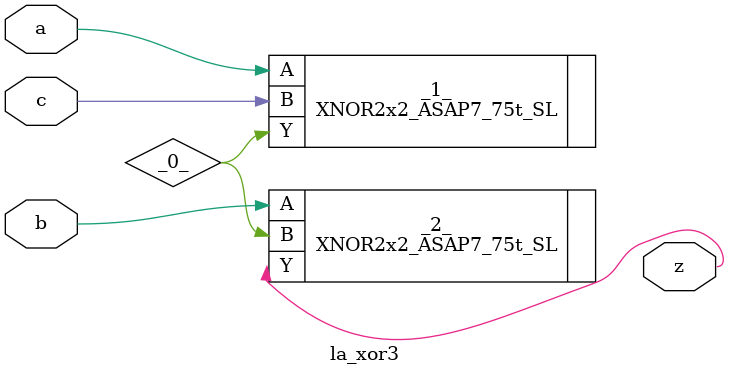
<source format=v>
/* Generated by Yosys 0.37 (git sha1 a5c7f69ed, clang 14.0.0-1ubuntu1.1 -fPIC -Os) */

module la_xor3(a, b, c, z);
  wire _0_;
  input a;
  wire a;
  input b;
  wire b;
  input c;
  wire c;
  output z;
  wire z;
  XNOR2x2_ASAP7_75t_SL _1_ (
    .A(a),
    .B(c),
    .Y(_0_)
  );
  XNOR2x2_ASAP7_75t_SL _2_ (
    .A(b),
    .B(_0_),
    .Y(z)
  );
endmodule

</source>
